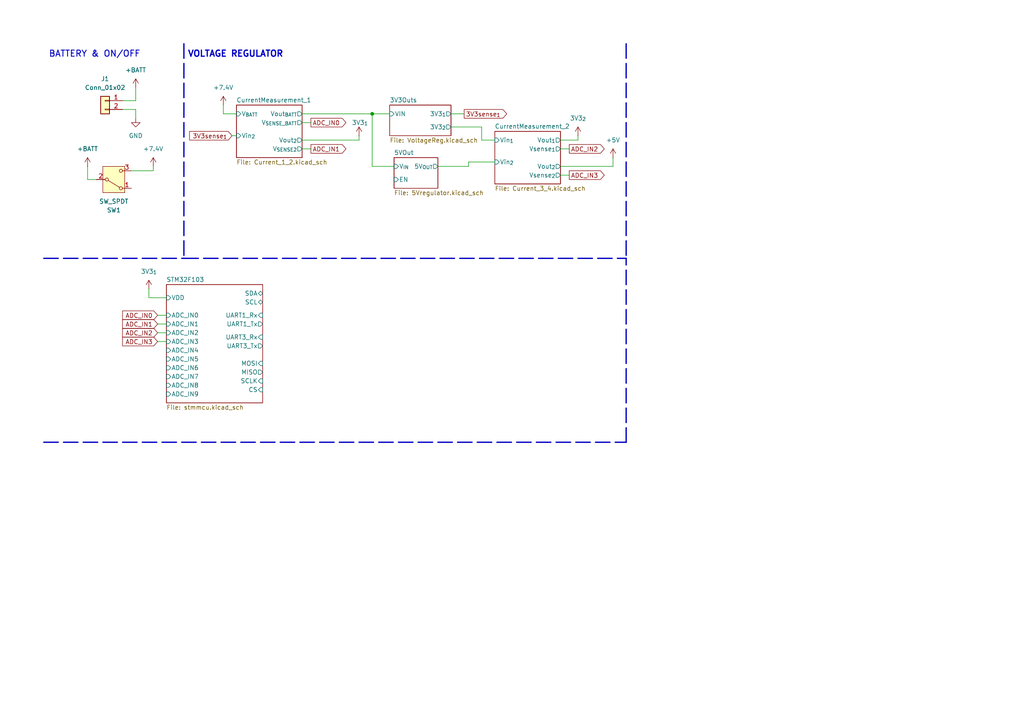
<source format=kicad_sch>
(kicad_sch (version 20250114) (generator "eeschema") (generator_version "9.0")
  (paper "A4")
  (lib_symbols
    (symbol "Connector_Generic:Conn_01x02" (pin_names (offset 1.016) (hide yes))
      (property "Reference" "J" (at 0 2.54 0))
      (property "Value" "Conn_01x02" (at 0 -5.08 0))
      (symbol "Conn_01x02_1_1"
        (rectangle (start -1.27 1.27) (end 1.27 -3.81) (stroke (width 0.254)) (fill (type background)))
        (rectangle (start -1.27 0.127) (end 0 -0.127) (stroke (width 0.1524)))
        (rectangle (start -1.27 -2.413) (end 0 -2.667) (stroke (width 0.1524)))
        (pin passive line (at -5.08 0 0) (length 3.81) (name "Pin_1") (number "1"))
        (pin passive line (at -5.08 -2.54 0) (length 3.81) (name "Pin_2") (number "2"))
      )
    )
    (symbol "Switch:SW_SPDT" (pin_names (offset 0) (hide yes))
      (property "Reference" "SW" (at 0 5.08 0))
      (property "Value" "SW_SPDT" (at 0 -5.08 0))
      (symbol "SW_SPDT_0_1"
        (circle (center -2.032 0) (radius 0.4572))
        (polyline (pts (xy -1.651 0.254) (xy 1.651 2.286)))
        (circle (center 2.032 2.54) (radius 0.4572))
        (circle (center 2.032 -2.54) (radius 0.4572))
      )
      (symbol "SW_SPDT_1_1"
        (rectangle (start -3.175 3.81) (end 3.175 -3.81) (fill (type background)))
        (pin passive line (at -5.08 0 0) (length 2.54) (name "B") (number "2"))
        (pin passive line (at 5.08 2.54 180) (length 2.54) (name "A") (number "1"))
        (pin passive line (at 5.08 -2.54 180) (length 2.54) (name "C") (number "3"))
      )
    )
    (symbol "power:+5V" (power) (pin_numbers (hide yes)) (pin_names (offset 0) (hide yes))
      (property "Value" "+5V" (at 0 3.556 0))
      (symbol "+5V_0_1"
        (polyline (pts (xy -0.762 1.27) (xy 0 2.54)))
        (polyline (pts (xy 0 2.54) (xy 0.762 1.27)))
        (polyline (pts (xy 0 0) (xy 0 2.54)))
      )
      (symbol "+5V_1_1"
        (pin power_in line (at 0 0 90) (length 0) (name "~") (number "1"))
      )
    )
    (symbol "power:+7.5V" (power) (pin_numbers (hide yes)) (pin_names (offset 0) (hide yes))
      (property "Value" "+7.5V" (at 0 3.556 0))
      (symbol "+7.5V_0_1"
        (polyline (pts (xy -0.762 1.27) (xy 0 2.54)))
        (polyline (pts (xy 0 2.54) (xy 0.762 1.27)))
        (polyline (pts (xy 0 0) (xy 0 2.54)))
      )
      (symbol "+7.5V_1_1"
        (pin power_in line (at 0 0 90) (length 0) (name "~") (number "1"))
      )
    )
    (symbol "power:+BATT" (power) (pin_numbers (hide yes)) (pin_names (offset 0) (hide yes))
      (property "Value" "+BATT" (at 0 3.556 0))
      (symbol "+BATT_0_1"
        (polyline (pts (xy -0.762 1.27) (xy 0 2.54)))
        (polyline (pts (xy 0 2.54) (xy 0.762 1.27)))
        (polyline (pts (xy 0 0) (xy 0 2.54)))
      )
      (symbol "+BATT_1_1"
        (pin power_in line (at 0 0 90) (length 0) (name "~") (number "1"))
      )
    )
    (symbol "power:GND" (power) (pin_numbers (hide yes)) (pin_names (offset 0) (hide yes))
      (property "Value" "GND" (at 0 -3.81 0))
      (symbol "GND_0_1"
        (polyline (pts (xy 0 0) (xy 0 -1.27) (xy 1.27 -1.27) (xy 0 -2.54) (xy -1.27 -1.27) (xy 0 -1.27)))
      )
      (symbol "GND_1_1"
        (pin power_in line (at 0 0 270) (length 0) (name "~") (number "1"))
      )
    )
  )
  (text "VOLTAGE REGULATOR\n" (at 68.326 15.748 0) (effects (font (size 1.778 1.778) (thickness 0.3556) (bold yes))))
  (text "BATTERY & ON/OFF" (at 27.432 15.748 0) (effects (font (size 1.778 1.778) (thickness 0.254) (bold yes))))
  (junction (at 107.95 33.02))
  (wire (pts (xy 43.18 86.36) (xy 48.26 86.36)))
  (wire (pts (xy 127 48.26) (xy 135.89 48.26)))
  (wire (pts (xy 104.14 40.64) (xy 104.14 39.37)))
  (wire (pts (xy 143.51 40.64) (xy 139.7 40.64)))
  (wire (pts (xy 39.37 25.4) (xy 39.37 29.21)))
  (wire (pts (xy 135.89 46.99) (xy 143.51 46.99)))
  (wire (pts (xy 134.62 33.02) (xy 130.81 33.02)))
  (wire (pts (xy 39.37 31.75) (xy 35.56 31.75)))
  (wire (pts (xy 162.56 50.8) (xy 165.1 50.8)))
  (wire (pts (xy 107.95 33.02) (xy 107.95 48.26)))
  (wire (pts (xy 64.77 30.48) (xy 64.77 33.02)))
  (wire (pts (xy 139.7 36.83) (xy 139.7 40.64)))
  (polyline (pts (xy 53.34 74.93) (xy 181.61 74.93)) (stroke (width 0.381) (type dash)))
  (wire (pts (xy 87.63 33.02) (xy 107.95 33.02)))
  (wire (pts (xy 39.37 29.21) (xy 35.56 29.21)))
  (wire (pts (xy 38.1 49.53) (xy 44.45 49.53)))
  (wire (pts (xy 44.45 48.26) (xy 44.45 49.53)))
  (wire (pts (xy 90.17 43.18) (xy 87.63 43.18)))
  (wire (pts (xy 177.8 48.26) (xy 177.8 45.72)))
  (polyline (pts (xy 12.7 74.93) (xy 53.34 74.93)) (stroke (width 0.381) (type dash)))
  (wire (pts (xy 45.72 93.98) (xy 48.26 93.98)))
  (wire (pts (xy 139.7 36.83) (xy 130.81 36.83)))
  (wire (pts (xy 162.56 40.64) (xy 167.64 40.64)))
  (wire (pts (xy 25.4 52.07) (xy 27.94 52.07)))
  (wire (pts (xy 45.72 91.44) (xy 48.26 91.44)))
  (wire (pts (xy 107.95 48.26) (xy 114.3 48.26)))
  (wire (pts (xy 167.64 40.64) (xy 167.64 39.37)))
  (wire (pts (xy 45.72 96.52) (xy 48.26 96.52)))
  (wire (pts (xy 67.31 39.37) (xy 68.58 39.37)))
  (wire (pts (xy 90.17 35.56) (xy 87.63 35.56)))
  (wire (pts (xy 45.72 99.06) (xy 48.26 99.06)))
  (wire (pts (xy 43.18 83.82) (xy 43.18 86.36)))
  (polyline (pts (xy 181.61 12.7) (xy 181.61 74.93)) (stroke (width 0.381) (type dash)))
  (wire (pts (xy 165.1 43.18) (xy 162.56 43.18)))
  (wire (pts (xy 107.95 33.02) (xy 113.03 33.02)))
  (polyline (pts (xy 12.7 128.27) (xy 181.61 128.27)) (stroke (width 0.381) (type dash)))
  (wire (pts (xy 87.63 40.64) (xy 104.14 40.64)))
  (wire (pts (xy 162.56 48.26) (xy 177.8 48.26)))
  (polyline (pts (xy 53.34 12.7) (xy 53.34 74.93)) (stroke (width 0.381) (type dash)))
  (wire (pts (xy 64.77 33.02) (xy 68.58 33.02)))
  (polyline (pts (xy 181.61 128.27) (xy 181.61 74.93)) (stroke (width 0.381) (type dash)))
  (wire (pts (xy 135.89 48.26) (xy 135.89 46.99)))
  (wire (pts (xy 25.4 48.26) (xy 25.4 52.07)))
  (wire (pts (xy 39.37 31.75) (xy 39.37 34.29)))
  (global_label "ADC_IN3" (shape input) (at 45.72 99.06 180) (property "Intersheetrefs" "${INTERSHEET_REFS}" (effects (hide yes))))
  (global_label "ADC_IN2" (shape input) (at 45.72 96.52 180) (property "Intersheetrefs" "${INTERSHEET_REFS}" (effects (hide yes))))
  (global_label "3V3sense_{1}" (shape output) (at 134.62 33.02 0) (property "Intersheetrefs" "${INTERSHEET_REFS}" (effects (hide yes))))
  (global_label "ADC_IN1" (shape input) (at 45.72 93.98 180) (property "Intersheetrefs" "${INTERSHEET_REFS}" (effects (hide yes))))
  (global_label "ADC_IN0" (shape output) (at 90.17 35.56 0) (property "Intersheetrefs" "${INTERSHEET_REFS}" (effects (hide yes))))
  (global_label "ADC_IN1" (shape output) (at 90.17 43.18 0) (property "Intersheetrefs" "${INTERSHEET_REFS}" (effects (hide yes))))
  (global_label "ADC_IN0" (shape input) (at 45.72 91.44 180) (property "Intersheetrefs" "${INTERSHEET_REFS}" (effects (hide yes))))
  (global_label "ADC_IN2" (shape output) (at 165.1 43.18 0) (property "Intersheetrefs" "${INTERSHEET_REFS}" (effects (hide yes))))
  (global_label "ADC_IN3" (shape output) (at 165.1 50.8 0) (property "Intersheetrefs" "${INTERSHEET_REFS}" (effects (hide yes))))
  (global_label "3V3sense_{1}" (shape input) (at 67.31 39.37 180) (property "Intersheetrefs" "${INTERSHEET_REFS}" (effects (hide yes))))
  (symbol (lib_id "power:+7.5V") (at 43.18 83.82 0) (unit 1)
    (property "Reference" "#PWR044" (effects (hide yes)))
    (property "Value" "3V3_{1}" (at 43.18 78.74 0))
    (property "Description" "Power symbol creates a global label with name \"+7.5V\"" (effects (hide yes)))
  )
  (symbol (lib_id "power:+7.5V") (at 64.77 30.48 0) (unit 1)
    (property "Reference" "#PWR022" (effects (hide yes)))
    (property "Value" "+7.4V" (at 64.77 25.4 0))
    (property "Description" "Power symbol creates a global label with name \"+7.5V\"" (effects (hide yes)))
  )
  (symbol (lib_id "power:+5V") (at 177.8 45.72 0) (unit 1)
    (property "Reference" "#PWR024" (effects (hide yes)))
    (property "Value" "+5V" (at 177.8 40.64 0))
    (property "Description" "Power symbol creates a global label with name \"+5V\"" (effects (hide yes)))
  )
  (symbol (lib_id "Connector_Generic:Conn_01x02") (at 30.48 29.21 0) (mirror y) (unit 1)
    (property "Reference" "J1" (at 30.48 22.86 0))
    (property "Value" "Conn_01x02" (at 30.48 25.4 0))
    (property "Footprint" "Connector_AMASS:AMASS_XT60-M_1x02_P7.20mm_Vertical" (effects (hide yes)))
    (property "Description" "Generic connector, single row, 01x02, script generated (kicad-library-utils/schlib/autogen/connector/)" (effects (hide yes)))
  )
  (symbol (lib_id "Switch:SW_SPDT") (at 33.02 52.07 0) (mirror x) (unit 1)
    (property "Reference" "SW1" (at 33.02 60.96 0))
    (property "Value" "SW_SPDT" (at 33.02 58.42 0))
    (property "Description" "Switch, single pole double throw" (effects (hide yes)))
  )
  (symbol (lib_id "power:+7.5V") (at 104.14 39.37 0) (unit 1)
    (property "Reference" "#PWR045" (effects (hide yes)))
    (property "Value" "3V3_{1}" (at 104.394 35.56 0))
    (property "Description" "Power symbol creates a global label with name \"+7.5V\"" (effects (hide yes)))
  )
  (symbol (lib_id "power:+BATT") (at 39.37 25.4 0) (unit 1)
    (property "Reference" "#PWR02" (effects (hide yes)))
    (property "Value" "+BATT" (at 39.37 20.32 0))
    (property "Description" "Power symbol creates a global label with name \"+BATT\"" (effects (hide yes)))
  )
  (symbol (lib_id "power:GND") (at 39.37 34.29 0) (unit 1)
    (property "Reference" "#PWR01" (effects (hide yes)))
    (property "Value" "GND" (at 39.37 39.37 0))
    (property "Description" "Power symbol creates a global label with name \"GND\" , ground" (effects (hide yes)))
  )
  (symbol (lib_id "power:+7.5V") (at 167.64 39.37 0) (unit 1)
    (property "Reference" "#PWR023" (effects (hide yes)))
    (property "Value" "3V3_{2}" (at 167.64 34.29 0))
    (property "Description" "Power symbol creates a global label with name \"+7.5V\"" (effects (hide yes)))
  )
  (symbol (lib_id "power:+7.5V") (at 44.45 48.26 0) (unit 1)
    (property "Reference" "#PWR04" (effects (hide yes)))
    (property "Value" "+7.4V" (at 44.45 43.18 0))
    (property "Description" "Power symbol creates a global label with name \"+7.5V\"" (effects (hide yes)))
  )
  (symbol (lib_id "power:+BATT") (at 25.4 48.26 0) (unit 1)
    (property "Reference" "#PWR03" (effects (hide yes)))
    (property "Value" "+BATT" (at 25.4 43.18 0))
    (property "Description" "Power symbol creates a global label with name \"+BATT\"" (effects (hide yes)))
  )
  (sheet (at 113.03 30.48) (size 17.78 8.89) (stroke (width 0.1524))
    (property "Sheetname" "3V3Outs" (at 113.03 29.7684 0) (effects (justify left bottom)))
    (property "Sheetfile" "VoltageReg.kicad_sch" (at 113.03 39.9546 0) (effects (justify left top)))
    (pin "3V3_{1}" output (at 130.81 33.02 0))
    (pin "3V3_{2}" output (at 130.81 36.83 0))
    (pin "VIN" input (at 113.03 33.02 180))
  )
  (sheet (at 68.58 30.48) (size 19.05 15.24) (stroke (width 0.1524))
    (property "Sheetname" "CurrentMeasurement_1" (at 68.58 29.7684 0) (effects (justify left bottom)))
    (property "Sheetfile" "Current_1_2.kicad_sch" (at 68.58 46.3046 0) (effects (justify left top)))
    (pin "Vin_{2}" input (at 68.58 39.37 180))
    (pin "Vout_{2}" output (at 87.63 40.64 0))
    (pin "V_{SENSE2}" output (at 87.63 43.18 0))
    (pin "V_{BATT}" input (at 68.58 33.02 180))
    (pin "V_{SENSE_BATT}" output (at 87.63 35.56 0))
    (pin "Vout_{BATT}" output (at 87.63 33.02 0))
  )
  (sheet (at 143.51 38.1) (size 19.05 15.24) (stroke (width 0.1524))
    (property "Sheetname" "CurrentMeasurement_2" (at 143.51 37.3884 0) (effects (justify left bottom)))
    (property "Sheetfile" "Current_3_4.kicad_sch" (at 143.51 53.9246 0) (effects (justify left top)))
    (pin "Vin_{1}" input (at 143.51 40.64 180))
    (pin "Vin_{2}" input (at 143.51 46.99 180))
    (pin "Vout_{1}" output (at 162.56 40.64 0))
    (pin "Vout_{2}" output (at 162.56 48.26 0))
    (pin "Vsense_{1}" output (at 162.56 43.18 0))
    (pin "Vsense_{2}" output (at 162.56 50.8 0))
  )
  (sheet (at 114.3 45.72) (size 12.7 8.89) (stroke (width 0.1524))
    (property "Sheetname" "5VOut" (at 114.3 45.0084 0) (effects (justify left bottom)))
    (property "Sheetfile" "5Vregulator.kicad_sch" (at 114.3 55.1946 0) (effects (justify left top)))
    (pin "5V_{OUT}" output (at 127 48.26 0))
    (pin "EN" input (at 114.3 52.07 180))
    (pin "V_{IN}" input (at 114.3 48.26 180))
  )
  (sheet (at 48.26 82.55) (size 27.94 34.29) (stroke (width 0.1524))
    (property "Sheetname" "STM32F103" (at 48.26 81.8384 0) (effects (justify left bottom)))
    (property "Sheetfile" "stmmcu.kicad_sch" (at 48.26 117.4246 0) (effects (justify left top)))
    (pin "ADC_IN0" input (at 48.26 91.44 180))
    (pin "ADC_IN1" input (at 48.26 93.98 180))
    (pin "ADC_IN2" input (at 48.26 96.52 180))
    (pin "ADC_IN3" input (at 48.26 99.06 180))
    (pin "ADC_IN8" input (at 48.26 111.76 180))
    (pin "ADC_IN9" input (at 48.26 114.3 180))
    (pin "CS" input (at 76.2 113.03 0))
    (pin "MISO" output (at 76.2 107.95 0))
    (pin "MOSI" input (at 76.2 105.41 0))
    (pin "SCL" bidirectional (at 76.2 87.63 0))
    (pin "SCLK" input (at 76.2 110.49 0))
    (pin "SDA" bidirectional (at 76.2 85.09 0))
    (pin "UART3_Rx" input (at 76.2 97.79 0))
    (pin "UART3_Tx" output (at 76.2 100.33 0))
    (pin "VDD" input (at 48.26 86.36 180))
    (pin "ADC_IN4" input (at 48.26 101.6 180))
    (pin "ADC_IN5" input (at 48.26 104.14 180))
    (pin "ADC_IN6" input (at 48.26 106.68 180))
    (pin "ADC_IN7" input (at 48.26 109.22 180))
    (pin "UART1_Rx" input (at 76.2 91.44 0))
    (pin "UART1_Tx" output (at 76.2 93.98 0))
  )
)
</source>
